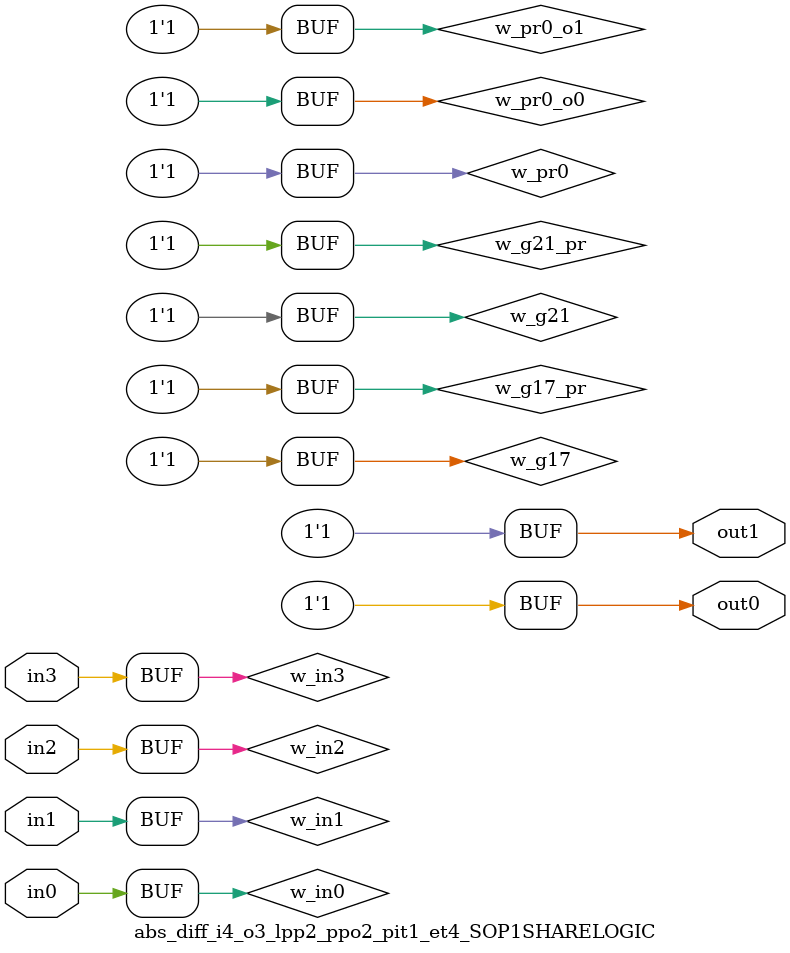
<source format=v>
module abs_diff_i4_o3_lpp2_ppo2_pit1_et4_SOP1SHARELOGIC (in0, in1, in2, in3, out0, out1);
// declaring inputs
input in0,  in1,  in2,  in3;
// declaring outputs
output out0,  out1;
// JSON model input
wire w_in3, w_in2, w_in1, w_in0;
// JSON model output
wire w_g17, w_g21;
//json model
wire w_g17_pr, w_g21_pr, w_pr0_o0, w_pr0_o1, w_pr0;
// JSON model input assign
assign w_in3 = in3;
assign w_in2 = in2;
assign w_in1 = in1;
assign w_in0 = in0;

//json model assigns (approximated Shared/XPAT part)
//assign literals to products
assign w_pr0 = 1;
//if a product has literals and if the product is being "activated" for that output
assign w_pr0_o0 = w_pr0 & 1;
assign w_pr0_o1 = w_pr0 & 1;
//compose an output with corresponding products (OR)
assign w_g17 = w_pr0_o0;
assign w_g21 = w_pr0_o1;
//if an output has products and if it is part of the JSON model
assign w_g17_pr = w_g17 & 1;
assign w_g21_pr = w_g21 & 1;
// output assigns
assign out0 = w_g17_pr;
assign out1 = w_g21_pr;
endmodule
</source>
